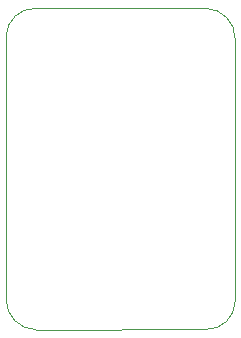
<source format=gm1>
%TF.GenerationSoftware,KiCad,Pcbnew,8.0.5*%
%TF.CreationDate,2024-11-05T15:37:39-06:00*%
%TF.ProjectId,DataAcq-EnvBreakoutPCB,44617461-4163-4712-9d45-6e7642726561,rev?*%
%TF.SameCoordinates,Original*%
%TF.FileFunction,Profile,NP*%
%FSLAX46Y46*%
G04 Gerber Fmt 4.6, Leading zero omitted, Abs format (unit mm)*
G04 Created by KiCad (PCBNEW 8.0.5) date 2024-11-05 15:37:39*
%MOMM*%
%LPD*%
G01*
G04 APERTURE LIST*
%TA.AperFunction,Profile*%
%ADD10C,0.050000*%
%TD*%
G04 APERTURE END LIST*
D10*
X128900000Y-30000000D02*
G75*
G02*
X131400066Y-32600419I-49300J-2549400D01*
G01*
X131400000Y-32600418D02*
X131400000Y-54800000D01*
X112000000Y-54682218D02*
X112000000Y-32369812D01*
X112000000Y-32369812D02*
G75*
G02*
X114499998Y-30000070I2442700J-73388D01*
G01*
X128900000Y-57191107D02*
X114535750Y-57208892D01*
X114500000Y-30000000D02*
X128900000Y-30000000D01*
X114535750Y-57208891D02*
G75*
G02*
X112000021Y-54682218I26850J2562691D01*
G01*
X131399999Y-54800000D02*
G75*
G02*
X128900015Y-57190697I-2408099J15700D01*
G01*
M02*

</source>
